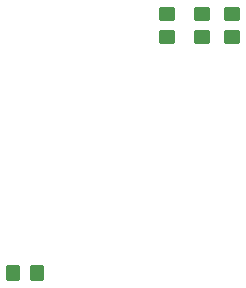
<source format=gbp>
%TF.GenerationSoftware,KiCad,Pcbnew,(6.0.8)*%
%TF.CreationDate,2023-01-11T18:12:54+05:00*%
%TF.ProjectId,SyntPIC,53796e74-5049-4432-9e6b-696361645f70,rev?*%
%TF.SameCoordinates,Original*%
%TF.FileFunction,Paste,Bot*%
%TF.FilePolarity,Positive*%
%FSLAX46Y46*%
G04 Gerber Fmt 4.6, Leading zero omitted, Abs format (unit mm)*
G04 Created by KiCad (PCBNEW (6.0.8)) date 2023-01-11 18:12:54*
%MOMM*%
%LPD*%
G01*
G04 APERTURE LIST*
G04 Aperture macros list*
%AMRoundRect*
0 Rectangle with rounded corners*
0 $1 Rounding radius*
0 $2 $3 $4 $5 $6 $7 $8 $9 X,Y pos of 4 corners*
0 Add a 4 corners polygon primitive as box body*
4,1,4,$2,$3,$4,$5,$6,$7,$8,$9,$2,$3,0*
0 Add four circle primitives for the rounded corners*
1,1,$1+$1,$2,$3*
1,1,$1+$1,$4,$5*
1,1,$1+$1,$6,$7*
1,1,$1+$1,$8,$9*
0 Add four rect primitives between the rounded corners*
20,1,$1+$1,$2,$3,$4,$5,0*
20,1,$1+$1,$4,$5,$6,$7,0*
20,1,$1+$1,$6,$7,$8,$9,0*
20,1,$1+$1,$8,$9,$2,$3,0*%
G04 Aperture macros list end*
%ADD10RoundRect,0.250000X0.450000X-0.350000X0.450000X0.350000X-0.450000X0.350000X-0.450000X-0.350000X0*%
%ADD11RoundRect,0.250000X0.350000X0.450000X-0.350000X0.450000X-0.350000X-0.450000X0.350000X-0.450000X0*%
G04 APERTURE END LIST*
D10*
%TO.C,R37*%
X214757000Y-112522000D03*
X214757000Y-110522000D03*
%TD*%
%TO.C,R38*%
X211836000Y-112522000D03*
X211836000Y-110522000D03*
%TD*%
%TO.C,R40*%
X217297000Y-112522000D03*
X217297000Y-110522000D03*
%TD*%
D11*
%TO.C,R39*%
X200755000Y-132461000D03*
X198755000Y-132461000D03*
%TD*%
M02*

</source>
